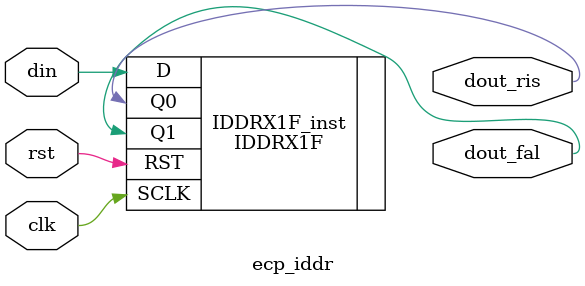
<source format=v>
/* ****************************************************************************
-- (C) Copyright 2018 Kevin M. Hubbard - All rights reserved.
-- Source file: xil_iddr.v 
-- Date:        May 2018 
-- Author:      khubbard
-- Language:    Verilog-2001
-- Simulation:  Mentor-Modelsim
-- Synthesis:   Xilinx-Vivado
-- License:     This project is licensed with the CERN Open Hardware Licence
--              v1.2.  You may redistribute and modify this project under the
--              terms of the CERN OHL v.1.2. (http://ohwr.org/cernohl).
--              This project is distributed WITHOUT ANY EXPRESS OR IMPLIED
--              WARRANTY, INCLUDING OF MERCHANTABILITY, SATISFACTORY QUALITY
--              AND FITNESS FOR A PARTICULAR PURPOSE. Please see the CERN OHL
--              v.1.2 for applicable Conditions.
-- Description: Xilinx 7-Series IDDR DDR input flop
-- Note: 100ns Power On Reset requirement until functional
-- Timing Diagram for SAME_EDGE_PIPELINED
--     |100ns|
-- clk ______/    \____/    \____/    \____/    \
-- din ---------< 0 >< 1 >< 2 >< 3 >----------
-- dout_ris ---------------------< 1      >< 3     >
-- dout_fal -----------< 0      >< 2      >----
-- ************************************************************************* */
`timescale 1 ns/ 100 ps
module ecp_iddr
(
  input  wire  clk,
  input  wire  din,
  output wire  dout_ris,
  output wire  dout_fal,
  input wire rst
);// 


//wire dout_fal_f;

//always @(posedge clk)
//	dout_fal <= dout_fal_f;


// IDDR1XF: Generic X1 IDDR implementation
// Lattice FPGA Libraries Reference Guide
IDDRX1F IDDRX1F_inst
(
  .Q0    ( dout_ris ), // 1-bit output for positive edge of clock
  .Q1    ( dout_fal ), // 1-bit output for negative edge of clock
  .SCLK  ( clk      ), // 1-bit clock input
  .D     ( din      ), // 1-bit DDR data input
  .RST   ( rst     )  // 1-bit reset
);
// End of IDDR1XF_inst instantiation


endmodule

</source>
